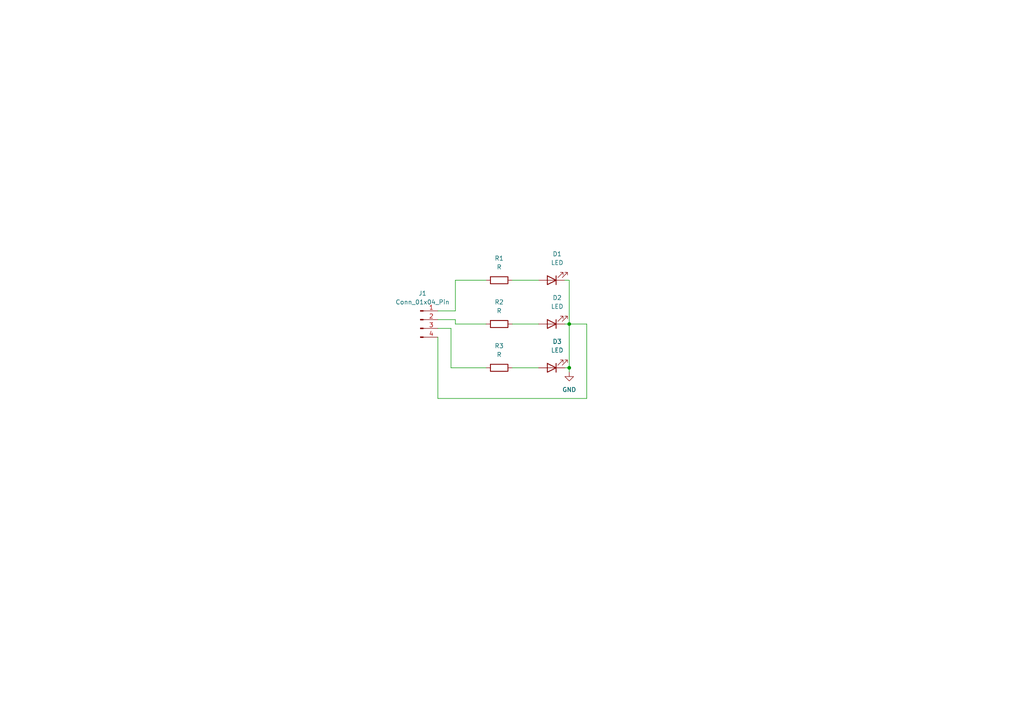
<source format=kicad_sch>
(kicad_sch (version 20250114) (generator "eeschema") (generator_version "9.0")
  (paper "A4")
  (lib_symbols
    (symbol "Connector:Conn_01x04_Pin" (pin_names (offset 1.016) (hide yes))
      (property "Reference" "J" (at 0 5.08 0))
      (property "Value" "Conn_01x04_Pin" (at 0 -7.62 0))
      (symbol "Conn_01x04_Pin_1_1"
        (rectangle (start 0.8636 2.667) (end 0 2.413) (stroke (width 0.1524)) (fill (type outline)))
        (rectangle (start 0.8636 0.127) (end 0 -0.127) (stroke (width 0.1524)) (fill (type outline)))
        (rectangle (start 0.8636 -2.413) (end 0 -2.667) (stroke (width 0.1524)) (fill (type outline)))
        (rectangle (start 0.8636 -4.953) (end 0 -5.207) (stroke (width 0.1524)) (fill (type outline)))
        (polyline (pts (xy 1.27 2.54) (xy 0.8636 2.54)) (stroke (width 0.1524)))
        (polyline (pts (xy 1.27 0) (xy 0.8636 0)) (stroke (width 0.1524)))
        (polyline (pts (xy 1.27 -2.54) (xy 0.8636 -2.54)) (stroke (width 0.1524)))
        (polyline (pts (xy 1.27 -5.08) (xy 0.8636 -5.08)) (stroke (width 0.1524)))
        (pin passive line (at 5.08 2.54 180) (length 3.81) (name "Pin_1") (number "1"))
        (pin passive line (at 5.08 0 180) (length 3.81) (name "Pin_2") (number "2"))
        (pin passive line (at 5.08 -2.54 180) (length 3.81) (name "Pin_3") (number "3"))
        (pin passive line (at 5.08 -5.08 180) (length 3.81) (name "Pin_4") (number "4"))
      )
    )
    (symbol "Device:LED" (pin_numbers (hide yes)) (pin_names (offset 1.016) (hide yes))
      (property "Reference" "D" (at 0 2.54 0))
      (property "Value" "LED" (at 0 -2.54 0))
      (symbol "LED_0_1"
        (polyline (pts (xy -3.048 -0.762) (xy -4.572 -2.286) (xy -3.81 -2.286) (xy -4.572 -2.286) (xy -4.572 -1.524)))
        (polyline (pts (xy -1.778 -0.762) (xy -3.302 -2.286) (xy -2.54 -2.286) (xy -3.302 -2.286) (xy -3.302 -1.524)))
        (polyline (pts (xy -1.27 0) (xy 1.27 0)))
        (polyline (pts (xy -1.27 -1.27) (xy -1.27 1.27)) (stroke (width 0.254)))
        (polyline (pts (xy 1.27 -1.27) (xy 1.27 1.27) (xy -1.27 0) (xy 1.27 -1.27)) (stroke (width 0.254)))
      )
      (symbol "LED_1_1"
        (pin passive line (at -3.81 0 0) (length 2.54) (name "K") (number "1"))
        (pin passive line (at 3.81 0 180) (length 2.54) (name "A") (number "2"))
      )
    )
    (symbol "Device:R" (pin_numbers (hide yes)) (pin_names (offset 0))
      (property "Reference" "R" (at 2.032 0 90))
      (property "Value" "R" (at 0 0 90))
      (symbol "R_0_1"
        (rectangle (start -1.016 -2.54) (end 1.016 2.54) (stroke (width 0.254)))
      )
      (symbol "R_1_1"
        (pin passive line (at 0 3.81 270) (length 1.27) (name "~") (number "1"))
        (pin passive line (at 0 -3.81 90) (length 1.27) (name "~") (number "2"))
      )
    )
    (symbol "power:GND" (power) (pin_numbers (hide yes)) (pin_names (offset 0) (hide yes))
      (property "Value" "GND" (at 0 -3.81 0))
      (symbol "GND_0_1"
        (polyline (pts (xy 0 0) (xy 0 -1.27) (xy 1.27 -1.27) (xy 0 -2.54) (xy -1.27 -1.27) (xy 0 -1.27)))
      )
      (symbol "GND_1_1"
        (pin power_in line (at 0 0 270) (length 0) (name "~") (number "1"))
      )
    )
  )
  (junction (at 165.1 106.68))
  (junction (at 165.1 93.98))
  (wire (pts (xy 148.59 81.28) (xy 156.21 81.28)))
  (wire (pts (xy 165.1 107.95) (xy 165.1 106.68)))
  (wire (pts (xy 165.1 106.68) (xy 163.83 106.68)))
  (wire (pts (xy 165.1 81.28) (xy 163.83 81.28)))
  (wire (pts (xy 132.08 92.71) (xy 127 92.71)))
  (wire (pts (xy 130.81 106.68) (xy 140.97 106.68)))
  (wire (pts (xy 130.81 95.25) (xy 130.81 106.68)))
  (wire (pts (xy 127 90.17) (xy 132.08 90.17)))
  (wire (pts (xy 148.59 106.68) (xy 156.21 106.68)))
  (wire (pts (xy 140.97 93.98) (xy 132.08 93.98)))
  (wire (pts (xy 127 95.25) (xy 130.81 95.25)))
  (wire (pts (xy 148.59 93.98) (xy 156.21 93.98)))
  (wire (pts (xy 132.08 93.98) (xy 132.08 92.71)))
  (wire (pts (xy 127 115.57) (xy 170.18 115.57)))
  (wire (pts (xy 163.83 93.98) (xy 165.1 93.98)))
  (wire (pts (xy 127 97.79) (xy 127 115.57)))
  (wire (pts (xy 132.08 90.17) (xy 132.08 81.28)))
  (wire (pts (xy 170.18 93.98) (xy 165.1 93.98)))
  (wire (pts (xy 132.08 81.28) (xy 140.97 81.28)))
  (wire (pts (xy 165.1 81.28) (xy 165.1 93.98)))
  (wire (pts (xy 170.18 115.57) (xy 170.18 93.98)))
  (wire (pts (xy 165.1 93.98) (xy 165.1 106.68)))
  (symbol (lib_id "Device:LED") (at 160.02 93.98 180) (unit 1)
    (property "Reference" "D2" (at 161.6075 86.36 0))
    (property "Value" "LED" (at 161.6075 88.9 0))
    (property "Footprint" "LED_THT:LED_D3.0mm" (effects (hide yes)))
    (property "Description" "Light emitting diode" (effects (hide yes)))
    (property "Sim.Pins" "1=K 2=A" (effects (hide yes)))
  )
  (symbol (lib_id "Device:LED") (at 160.02 81.28 180) (unit 1)
    (property "Reference" "D1" (at 161.6075 73.66 0))
    (property "Value" "LED" (at 161.6075 76.2 0))
    (property "Footprint" "LED_THT:LED_D3.0mm" (effects (hide yes)))
    (property "Description" "Light emitting diode" (effects (hide yes)))
    (property "Sim.Pins" "1=K 2=A" (effects (hide yes)))
  )
  (symbol (lib_id "Device:LED") (at 160.02 106.68 180) (unit 1)
    (property "Reference" "D3" (at 161.6075 99.06 0))
    (property "Value" "LED" (at 161.6075 101.6 0))
    (property "Footprint" "LED_THT:LED_D3.0mm" (effects (hide yes)))
    (property "Description" "Light emitting diode" (effects (hide yes)))
    (property "Sim.Pins" "1=K 2=A" (effects (hide yes)))
  )
  (symbol (lib_id "Device:R") (at 144.78 81.28 90) (unit 1)
    (property "Reference" "R1" (at 144.78 74.93 90))
    (property "Value" "R" (at 144.78 77.47 90))
    (property "Footprint" "Resistor_THT:R_Axial_DIN0204_L3.6mm_D1.6mm_P5.08mm_Horizontal" (effects (hide yes)))
    (property "Description" "Resistor" (effects (hide yes)))
  )
  (symbol (lib_id "Connector:Conn_01x04_Pin") (at 121.92 92.71 0) (unit 1)
    (property "Reference" "J1" (at 122.555 85.09 0))
    (property "Value" "Conn_01x04_Pin" (at 122.555 87.63 0))
    (property "Footprint" "Connector_PinHeader_1.00mm:PinHeader_1x04_P1.00mm_Vertical" (effects (hide yes)))
    (property "Description" "Generic connector, single row, 01x04, script generated" (effects (hide yes)))
  )
  (symbol (lib_id "power:GND") (at 165.1 107.95 0) (unit 1)
    (property "Reference" "#PWR01" (effects (hide yes)))
    (property "Value" "GND" (at 165.1 113.03 0))
    (property "Description" "Power symbol creates a global label with name \"GND\" , ground" (effects (hide yes)))
  )
  (symbol (lib_id "Device:R") (at 144.78 93.98 90) (unit 1)
    (property "Reference" "R2" (at 144.78 87.63 90))
    (property "Value" "R" (at 144.78 90.17 90))
    (property "Footprint" "Resistor_THT:R_Axial_DIN0204_L3.6mm_D1.6mm_P5.08mm_Horizontal" (effects (hide yes)))
    (property "Description" "Resistor" (effects (hide yes)))
  )
  (symbol (lib_id "Device:R") (at 144.78 106.68 90) (unit 1)
    (property "Reference" "R3" (at 144.78 100.33 90))
    (property "Value" "R" (at 144.78 102.87 90))
    (property "Footprint" "Resistor_THT:R_Axial_DIN0204_L3.6mm_D1.6mm_P5.08mm_Horizontal" (effects (hide yes)))
    (property "Description" "Resistor" (effects (hide yes)))
  )
)
</source>
